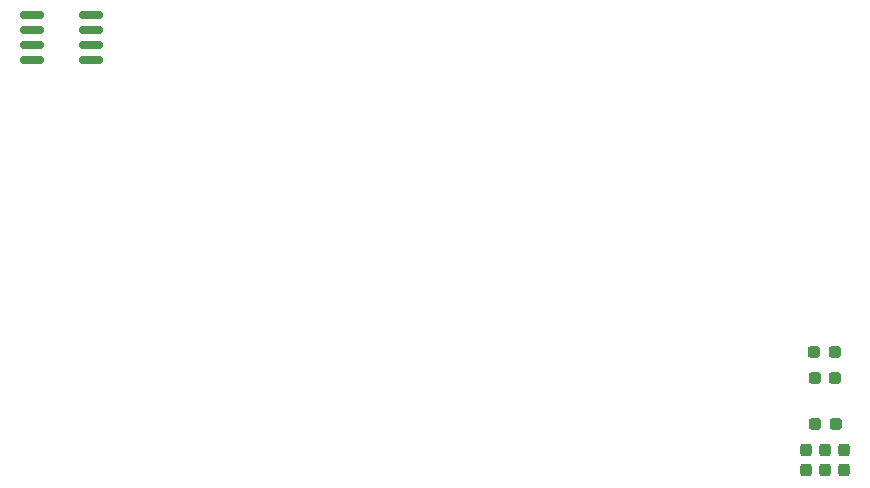
<source format=gbr>
%TF.GenerationSoftware,KiCad,Pcbnew,(6.0.9)*%
%TF.CreationDate,2023-03-29T11:59:05-08:00*%
%TF.ProjectId,ABSIS_Backlight Controller,41425349-535f-4426-9163-6b6c69676874,6*%
%TF.SameCoordinates,Original*%
%TF.FileFunction,Paste,Top*%
%TF.FilePolarity,Positive*%
%FSLAX46Y46*%
G04 Gerber Fmt 4.6, Leading zero omitted, Abs format (unit mm)*
G04 Created by KiCad (PCBNEW (6.0.9)) date 2023-03-29 11:59:05*
%MOMM*%
%LPD*%
G01*
G04 APERTURE LIST*
G04 Aperture macros list*
%AMRoundRect*
0 Rectangle with rounded corners*
0 $1 Rounding radius*
0 $2 $3 $4 $5 $6 $7 $8 $9 X,Y pos of 4 corners*
0 Add a 4 corners polygon primitive as box body*
4,1,4,$2,$3,$4,$5,$6,$7,$8,$9,$2,$3,0*
0 Add four circle primitives for the rounded corners*
1,1,$1+$1,$2,$3*
1,1,$1+$1,$4,$5*
1,1,$1+$1,$6,$7*
1,1,$1+$1,$8,$9*
0 Add four rect primitives between the rounded corners*
20,1,$1+$1,$2,$3,$4,$5,0*
20,1,$1+$1,$4,$5,$6,$7,0*
20,1,$1+$1,$6,$7,$8,$9,0*
20,1,$1+$1,$8,$9,$2,$3,0*%
G04 Aperture macros list end*
%ADD10RoundRect,0.237500X0.237500X-0.287500X0.237500X0.287500X-0.237500X0.287500X-0.237500X-0.287500X0*%
%ADD11RoundRect,0.237500X0.287500X0.237500X-0.287500X0.237500X-0.287500X-0.237500X0.287500X-0.237500X0*%
%ADD12RoundRect,0.150000X-0.825000X-0.150000X0.825000X-0.150000X0.825000X0.150000X-0.825000X0.150000X0*%
G04 APERTURE END LIST*
D10*
%TO.C,R3*%
X86320000Y8055000D03*
X86320000Y9805000D03*
%TD*%
%TO.C,R1*%
X89530000Y8055000D03*
X89530000Y9805000D03*
%TD*%
%TO.C,R2*%
X87925000Y8055000D03*
X87925000Y9805000D03*
%TD*%
D11*
%TO.C,D1*%
X88788000Y18038000D03*
X87038000Y18038000D03*
%TD*%
%TO.C,D2*%
X88805000Y15820000D03*
X87055000Y15820000D03*
%TD*%
%TO.C,D3*%
X88830000Y11970000D03*
X87080000Y11970000D03*
%TD*%
D12*
%TO.C,U1*%
X20814000Y46582000D03*
X20814000Y45312000D03*
X20814000Y44042000D03*
X20814000Y42772000D03*
X25764000Y42772000D03*
X25764000Y44042000D03*
X25764000Y45312000D03*
X25764000Y46582000D03*
%TD*%
M02*

</source>
